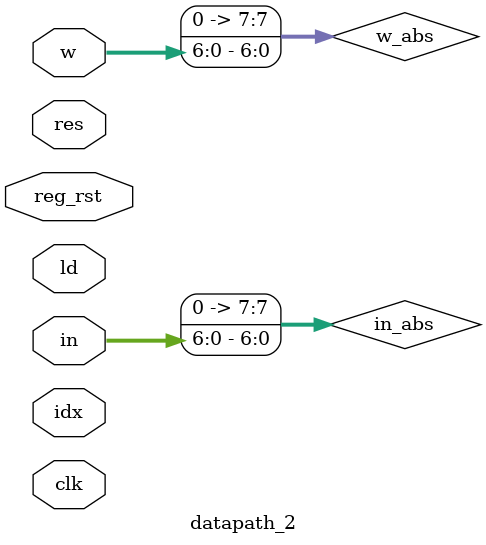
<source format=v>
`timescale 1ns / 1ps

module datapath_2 #(parameter N = 16)(clk, reg_rst, ld, idx, res, in, w);
	input clk, reg_rst, ld;
	input [15:0] idx, res;
	input [7:0] in, w;
	
    wire [7:0] in_abs = {1'b0, in[6:0]},
               w_abs = {1'b0, w[6:0]};
    
    wire out_mult_sgn = in[7] ^ w[7];
	
    wire [15:0] out_mult;
	multiplier_8bit mul(in_abs, w_abs, out_mult);
	
	wire [15:0] out_addr;
	wire [15:0] out_acc;
	
	adder #(16) add({out_mult_sgn, out_mult[14:0]}, out_acc, out_addr);
	 
	register acc(clk, reg_rst, ld, out_addr, out_acc);

	activation_function act(out_acc, res);

endmodule

</source>
